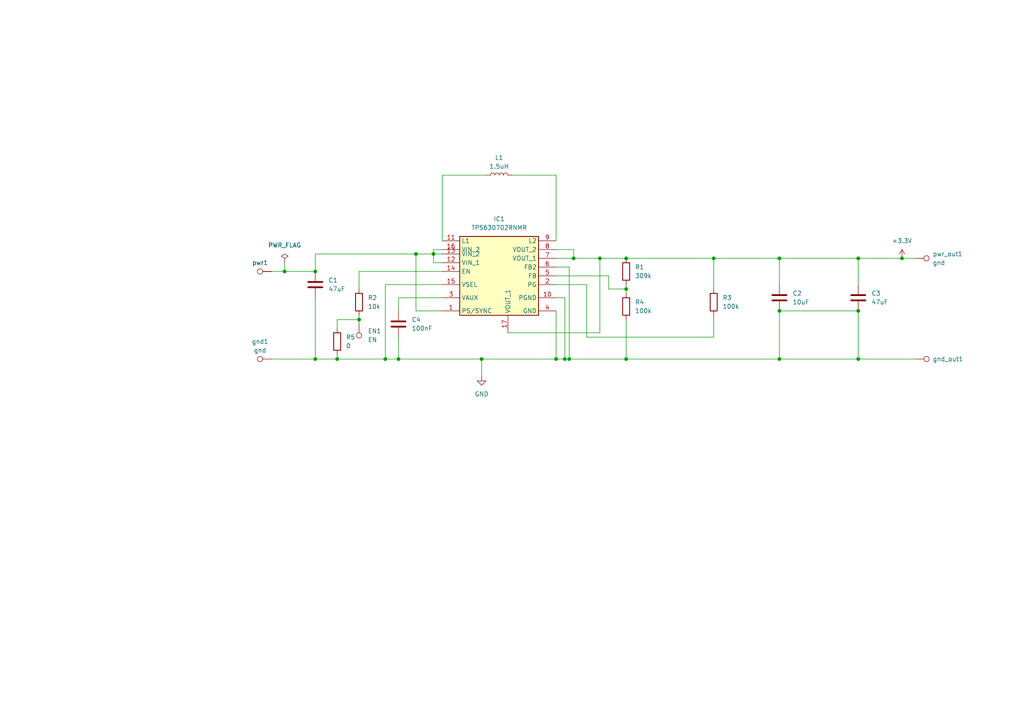
<source format=kicad_sch>
(kicad_sch (version 20250114) (generator "eeschema") (generator_version "9.0")
  (paper "A4")
  (lib_symbols
    (symbol "Connector:TestPoint" (pin_numbers (hide yes)) (pin_names (offset 0.762) (hide yes))
      (property "Reference" "TP" (at 0 6.858 0))
      (property "Value" "TestPoint" (at 0 5.08 0))
      (symbol "TestPoint_0_1"
        (circle (center 0 3.302) (radius 0.762))
      )
      (symbol "TestPoint_1_1"
        (pin passive line (at 0 0 90) (length 2.54) (name "1") (number "1"))
      )
    )
    (symbol "Device:C" (pin_numbers (hide yes)) (pin_names (offset 0.254))
      (property "Reference" "C" (at 0.635 2.54 0))
      (property "Value" "C" (at 0.635 -2.54 0))
      (symbol "C_0_1"
        (polyline (pts (xy -2.032 0.762) (xy 2.032 0.762)) (stroke (width 0.508)))
        (polyline (pts (xy -2.032 -0.762) (xy 2.032 -0.762)) (stroke (width 0.508)))
      )
      (symbol "C_1_1"
        (pin passive line (at 0 3.81 270) (length 2.794) (name "~") (number "1"))
        (pin passive line (at 0 -3.81 90) (length 2.794) (name "~") (number "2"))
      )
    )
    (symbol "Device:L" (pin_numbers (hide yes)) (pin_names (offset 1.016) (hide yes))
      (property "Reference" "L" (at -1.27 0 90))
      (property "Value" "L" (at 1.905 0 90))
      (symbol "L_0_1"
        (arc (start 0 2.54) (mid 0.6323 1.905) (end 0 1.27))
        (arc (start 0 1.27) (mid 0.6323 0.635) (end 0 0))
        (arc (start 0 0) (mid 0.6323 -0.635) (end 0 -1.27))
        (arc (start 0 -1.27) (mid 0.6323 -1.905) (end 0 -2.54))
      )
      (symbol "L_1_1"
        (pin passive line (at 0 3.81 270) (length 1.27) (name "1") (number "1"))
        (pin passive line (at 0 -3.81 90) (length 1.27) (name "2") (number "2"))
      )
    )
    (symbol "Device:R" (pin_numbers (hide yes)) (pin_names (offset 0))
      (property "Reference" "R" (at 2.032 0 90))
      (property "Value" "R" (at 0 0 90))
      (symbol "R_0_1"
        (rectangle (start -1.016 -2.54) (end 1.016 2.54) (stroke (width 0.254)))
      )
      (symbol "R_1_1"
        (pin passive line (at 0 3.81 270) (length 1.27) (name "~") (number "1"))
        (pin passive line (at 0 -3.81 90) (length 1.27) (name "~") (number "2"))
      )
    )
    (symbol "buck:TPS630702RNMR"
      (property "Reference" "IC1" (at 16.51 7.62 0))
      (property "Value" "TPS630702RNMR" (at 16.51 5.08 0))
      (symbol "TPS630702RNMR_1_1"
        (rectangle (start 5.08 2.54) (end 27.94 -20.32) (stroke (width 0.254)) (fill (type background)))
        (pin passive line (at 0 1.27 0) (length 5.08) (name "L1") (number "11"))
        (pin passive line (at 0 -1.27 0) (length 5.08) (name "VIN_2") (number "16"))
        (pin passive line (at 0 -2.54 0) (length 5.08) (name "VIN_2") (number "13"))
        (pin passive line (at 0 -5.08 0) (length 5.08) (name "VIN_1") (number "12"))
        (pin passive line (at 0 -7.62 0) (length 5.08) (name "EN") (number "14"))
        (pin passive line (at 0 -11.43 0) (length 5.08) (name "VSEL") (number "15"))
        (pin passive line (at 0 -15.24 0) (length 5.08) (name "VAUX") (number "3"))
        (pin passive line (at 0 -19.05 0) (length 5.08) (name "PS/SYNC") (number "1"))
        (pin passive line (at 19.05 -25.4 90) (length 5.08) (name "VOUT_1") (number "17"))
        (pin passive line (at 33.02 1.27 180) (length 5.08) (name "L2") (number "9"))
        (pin passive line (at 33.02 -1.27 180) (length 5.08) (name "VOUT_2") (number "8"))
        (pin passive line (at 33.02 -3.81 180) (length 5.08) (name "VOUT_1") (number "7"))
        (pin passive line (at 33.02 -6.35 180) (length 5.08) (name "FB2") (number "6"))
        (pin passive line (at 33.02 -8.89 180) (length 5.08) (name "FB") (number "5"))
        (pin passive line (at 33.02 -11.43 180) (length 5.08) (name "PG") (number "2"))
        (pin passive line (at 33.02 -15.24 180) (length 5.08) (name "PGND") (number "10"))
        (pin passive line (at 33.02 -19.05 180) (length 5.08) (name "GND") (number "4"))
      )
    )
    (symbol "power:+3.3V" (power) (pin_numbers (hide yes)) (pin_names (offset 0) (hide yes))
      (property "Value" "+3.3V" (at 0 3.556 0))
      (symbol "+3.3V_0_1"
        (polyline (pts (xy -0.762 1.27) (xy 0 2.54)))
        (polyline (pts (xy 0 2.54) (xy 0.762 1.27)))
        (polyline (pts (xy 0 0) (xy 0 2.54)))
      )
      (symbol "+3.3V_1_1"
        (pin power_in line (at 0 0 90) (length 0) (name "~") (number "1"))
      )
    )
    (symbol "power:GND" (power) (pin_numbers (hide yes)) (pin_names (offset 0) (hide yes))
      (property "Value" "GND" (at 0 -3.81 0))
      (symbol "GND_0_1"
        (polyline (pts (xy 0 0) (xy 0 -1.27) (xy 1.27 -1.27) (xy 0 -2.54) (xy -1.27 -1.27) (xy 0 -1.27)))
      )
      (symbol "GND_1_1"
        (pin power_in line (at 0 0 270) (length 0) (name "~") (number "1"))
      )
    )
    (symbol "power:PWR_FLAG" (power) (pin_numbers (hide yes)) (pin_names (offset 0) (hide yes))
      (property "Value" "PWR_FLAG" (at 0 3.81 0))
      (symbol "PWR_FLAG_0_0"
        (pin power_out line (at 0 0 90) (length 0) (name "~") (number "1"))
      )
      (symbol "PWR_FLAG_0_1"
        (polyline (pts (xy 0 0) (xy 0 1.27) (xy -1.016 1.905) (xy 0 2.54) (xy 1.016 1.905) (xy 0 1.27)))
      )
    )
  )
  (junction (at 248.92 90.17))
  (junction (at 226.06 90.17))
  (junction (at 165.1 104.14))
  (junction (at 261.62 74.93))
  (junction (at 91.44 104.14))
  (junction (at 115.57 104.14))
  (junction (at 82.55 78.74))
  (junction (at 248.92 104.14))
  (junction (at 181.61 83.82))
  (junction (at 139.7 104.14))
  (junction (at 181.61 74.93))
  (junction (at 226.06 104.14))
  (junction (at 248.92 74.93))
  (junction (at 166.37 74.93))
  (junction (at 181.61 104.14))
  (junction (at 104.14 92.71))
  (junction (at 125.73 73.66))
  (junction (at 120.65 73.66))
  (junction (at 226.06 74.93))
  (junction (at 111.76 104.14))
  (junction (at 173.99 74.93))
  (junction (at 161.29 104.14))
  (junction (at 207.01 74.93))
  (junction (at 91.44 78.74))
  (junction (at 163.83 104.14))
  (junction (at 97.79 104.14))
  (wire (pts (xy 120.65 90.17) (xy 120.65 73.66)))
  (wire (pts (xy 248.92 74.93) (xy 248.92 82.55)))
  (wire (pts (xy 173.99 96.52) (xy 173.99 74.93)))
  (wire (pts (xy 226.06 104.14) (xy 181.61 104.14)))
  (wire (pts (xy 248.92 104.14) (xy 226.06 104.14)))
  (wire (pts (xy 161.29 86.36) (xy 163.83 86.36)))
  (wire (pts (xy 161.29 82.55) (xy 170.18 82.55)))
  (wire (pts (xy 161.29 74.93) (xy 166.37 74.93)))
  (wire (pts (xy 139.7 104.14) (xy 161.29 104.14)))
  (wire (pts (xy 140.97 50.8) (xy 128.27 50.8)))
  (wire (pts (xy 125.73 76.2) (xy 128.27 76.2)))
  (wire (pts (xy 176.53 80.01) (xy 176.53 83.82)))
  (wire (pts (xy 161.29 50.8) (xy 148.59 50.8)))
  (wire (pts (xy 165.1 104.14) (xy 181.61 104.14)))
  (wire (pts (xy 111.76 82.55) (xy 111.76 104.14)))
  (wire (pts (xy 226.06 90.17) (xy 226.06 104.14)))
  (wire (pts (xy 104.14 78.74) (xy 104.14 83.82)))
  (wire (pts (xy 163.83 104.14) (xy 165.1 104.14)))
  (wire (pts (xy 248.92 74.93) (xy 261.62 74.93)))
  (wire (pts (xy 91.44 78.74) (xy 91.44 73.66)))
  (wire (pts (xy 115.57 97.79) (xy 115.57 104.14)))
  (wire (pts (xy 207.01 91.44) (xy 207.01 97.79)))
  (wire (pts (xy 226.06 90.17) (xy 248.92 90.17)))
  (wire (pts (xy 125.73 73.66) (xy 128.27 73.66)))
  (wire (pts (xy 163.83 86.36) (xy 163.83 104.14)))
  (wire (pts (xy 207.01 74.93) (xy 207.01 83.82)))
  (wire (pts (xy 139.7 104.14) (xy 139.7 109.22)))
  (wire (pts (xy 226.06 74.93) (xy 248.92 74.93)))
  (wire (pts (xy 161.29 104.14) (xy 163.83 104.14)))
  (wire (pts (xy 161.29 77.47) (xy 165.1 77.47)))
  (wire (pts (xy 120.65 73.66) (xy 125.73 73.66)))
  (wire (pts (xy 128.27 90.17) (xy 120.65 90.17)))
  (wire (pts (xy 147.32 96.52) (xy 173.99 96.52)))
  (wire (pts (xy 166.37 72.39) (xy 166.37 74.93)))
  (wire (pts (xy 125.73 72.39) (xy 125.73 73.66)))
  (wire (pts (xy 115.57 86.36) (xy 115.57 90.17)))
  (wire (pts (xy 170.18 82.55) (xy 170.18 97.79)))
  (wire (pts (xy 181.61 74.93) (xy 207.01 74.93)))
  (wire (pts (xy 173.99 74.93) (xy 181.61 74.93)))
  (wire (pts (xy 128.27 50.8) (xy 128.27 69.85)))
  (wire (pts (xy 261.62 74.93) (xy 265.43 74.93)))
  (wire (pts (xy 226.06 74.93) (xy 226.06 82.55)))
  (wire (pts (xy 91.44 86.36) (xy 91.44 104.14)))
  (wire (pts (xy 97.79 104.14) (xy 111.76 104.14)))
  (wire (pts (xy 165.1 77.47) (xy 165.1 104.14)))
  (wire (pts (xy 78.74 78.74) (xy 82.55 78.74)))
  (wire (pts (xy 176.53 83.82) (xy 181.61 83.82)))
  (wire (pts (xy 170.18 97.79) (xy 207.01 97.79)))
  (wire (pts (xy 161.29 80.01) (xy 176.53 80.01)))
  (wire (pts (xy 111.76 104.14) (xy 115.57 104.14)))
  (wire (pts (xy 104.14 78.74) (xy 128.27 78.74)))
  (wire (pts (xy 248.92 104.14) (xy 265.43 104.14)))
  (wire (pts (xy 181.61 92.71) (xy 181.61 104.14)))
  (wire (pts (xy 207.01 74.93) (xy 226.06 74.93)))
  (wire (pts (xy 161.29 90.17) (xy 161.29 104.14)))
  (wire (pts (xy 97.79 102.87) (xy 97.79 104.14)))
  (wire (pts (xy 91.44 104.14) (xy 97.79 104.14)))
  (wire (pts (xy 128.27 82.55) (xy 111.76 82.55)))
  (wire (pts (xy 97.79 92.71) (xy 97.79 95.25)))
  (wire (pts (xy 128.27 72.39) (xy 125.73 72.39)))
  (wire (pts (xy 125.73 73.66) (xy 125.73 76.2)))
  (wire (pts (xy 82.55 76.2) (xy 82.55 78.74)))
  (wire (pts (xy 166.37 74.93) (xy 173.99 74.93)))
  (wire (pts (xy 82.55 78.74) (xy 91.44 78.74)))
  (wire (pts (xy 104.14 92.71) (xy 104.14 91.44)))
  (wire (pts (xy 104.14 93.98) (xy 104.14 92.71)))
  (wire (pts (xy 181.61 85.09) (xy 181.61 83.82)))
  (wire (pts (xy 91.44 73.66) (xy 120.65 73.66)))
  (wire (pts (xy 128.27 86.36) (xy 115.57 86.36)))
  (wire (pts (xy 248.92 90.17) (xy 248.92 104.14)))
  (wire (pts (xy 161.29 69.85) (xy 161.29 50.8)))
  (wire (pts (xy 78.74 104.14) (xy 91.44 104.14)))
  (wire (pts (xy 181.61 82.55) (xy 181.61 83.82)))
  (wire (pts (xy 115.57 104.14) (xy 139.7 104.14)))
  (wire (pts (xy 97.79 92.71) (xy 104.14 92.71)))
  (wire (pts (xy 161.29 72.39) (xy 166.37 72.39)))
  (symbol (lib_id "power:PWR_FLAG") (at 82.55 76.2 0) (unit 1)
    (property "Reference" "#FLG01" (effects (hide yes)))
    (property "Value" "PWR_FLAG" (at 82.55 71.12 0))
    (property "Description" "Special symbol for telling ERC where power comes from" (effects (hide yes)))
  )
  (symbol (lib_id "Device:L") (at 144.78 50.8 90) (unit 1)
    (property "Reference" "L1" (at 144.78 45.72 90))
    (property "Value" "1.5uH" (at 144.78 48.26 90))
    (property "Footprint" "Inductor_SMD:L_0603_1608Metric_Pad1.05x0.95mm_HandSolder" (effects (hide yes)))
    (property "Datasheet" "https://www.digikey.com/en/products/detail/murata-electronics/LQM18PN1R5MFRL/8540126?gclsrc=aw.ds&gad_source=1&gad_campaignid=20509818233&gbraid=0AAAAADrbLlg1yHQI_Hnwb4pwyuEhJCn2N&gclid=Cj0KCQjw5onGBhDeARIsAFK6QJa52_iMJrBvV43df8ln_nS9GsXMoaKcFnSx9Dcp-3VQpW8ybBFI-qYaAjxfEALw_wcB" (effects (hide yes)))
    (property "Description" "Inductor" (effects (hide yes)))
  )
  (symbol (lib_id "Connector:TestPoint") (at 265.43 104.14 270) (unit 1)
    (property "Reference" "gnd_out1" (at 270.51 104.1399 90) (effects (justify left)))
    (property "Value" "pwr" (effects (hide yes)))
    (property "Footprint" "TestPoint:TestPoint_Loop_D3.80mm_Drill2.5mm" (effects (hide yes)))
    (property "Description" "test point" (effects (hide yes)))
  )
  (symbol (lib_id "power:+3.3V") (at 261.62 74.93 0) (unit 1)
    (property "Reference" "#PWR01" (effects (hide yes)))
    (property "Value" "+3.3V" (at 261.62 69.85 0))
    (property "Description" "Power symbol creates a global label with name \"+3.3V\"" (effects (hide yes)))
  )
  (symbol (lib_id "Device:C") (at 226.06 86.36 0) (unit 1)
    (property "Reference" "C2" (at 229.87 85.0899 0) (effects (justify left)))
    (property "Value" "10uF" (at 229.87 87.6299 0) (effects (justify left)))
    (property "Footprint" "Capacitor_SMD:C_0402_1005Metric_Pad0.74x0.62mm_HandSolder" (effects (hide yes)))
    (property "Datasheet" "https://www.mouser.com/ProductDetail/KYOCERA-AVX/CM05X5R106M10AH?qs=MyNHzdoqoQKSCgSEDR5Ylg%3D%3D" (effects (hide yes)))
    (property "Description" "Unpolarized capacitor" (effects (hide yes)))
  )
  (symbol (lib_id "Connector:TestPoint") (at 104.14 93.98 180) (unit 1)
    (property "Reference" "EN1" (at 106.68 96.0119 0) (effects (justify right)))
    (property "Value" "EN" (at 106.68 98.5519 0) (effects (justify right)))
    (property "Footprint" "TestPoint:TestPoint_Loop_D3.80mm_Drill2.5mm" (effects (hide yes)))
    (property "Description" "test point" (effects (hide yes)))
  )
  (symbol (lib_id "Device:C") (at 115.57 93.98 0) (unit 1)
    (property "Reference" "C4" (at 119.38 92.7099 0) (effects (justify left)))
    (property "Value" "100nF" (at 119.38 95.2499 0) (effects (justify left)))
    (property "Footprint" "Capacitor_SMD:C_0402_1005Metric_Pad0.74x0.62mm_HandSolder" (effects (hide yes)))
    (property "Datasheet" "https://www.mouser.com/ProductDetail/Murata-Electronics/GRM155R71C104JA88J?qs=hNud%2FORuBR1FShEh%252B0yzMw%3D%3D" (effects (hide yes)))
    (property "Description" "Unpolarized capacitor" (effects (hide yes)))
  )
  (symbol (lib_id "power:GND") (at 139.7 109.22 0) (unit 1)
    (property "Reference" "#PWR02" (effects (hide yes)))
    (property "Value" "GND" (at 139.7 114.3 0))
    (property "Description" "Power symbol creates a global label with name \"GND\" , ground" (effects (hide yes)))
  )
  (symbol (lib_id "Connector:TestPoint") (at 78.74 78.74 90) (unit 1)
    (property "Reference" "pwr1" (at 75.438 76.2 90))
    (property "Value" "pwr" (effects (hide yes)))
    (property "Footprint" "TestPoint:TestPoint_Loop_D3.80mm_Drill2.5mm" (effects (hide yes)))
    (property "Description" "test point" (effects (hide yes)))
  )
  (symbol (lib_id "Connector:TestPoint") (at 265.43 74.93 270) (unit 1)
    (property "Reference" "pwr_out1" (at 270.51 73.6599 90) (effects (justify left)))
    (property "Value" "gnd" (at 270.51 76.1999 90) (effects (justify left)))
    (property "Footprint" "TestPoint:TestPoint_Loop_D3.80mm_Drill2.5mm" (effects (hide yes)))
    (property "Description" "test point" (effects (hide yes)))
  )
  (symbol (lib_id "Device:R") (at 181.61 88.9 180) (unit 1)
    (property "Reference" "R4" (at 184.15 87.6299 0) (effects (justify right)))
    (property "Value" "100k" (at 184.15 90.1699 0) (effects (justify right)))
    (property "Footprint" "Resistor_SMD:R_0402_1005Metric_Pad0.72x0.64mm_HandSolder" (effects (hide yes)))
    (property "Datasheet" "https://www.mouser.com/ProductDetail/Walsin/MR04X1003FTL?qs=GedFDFLaBXHL0NzjarksFQ%3D%3D" (effects (hide yes)))
    (property "Description" "Resistor" (effects (hide yes)))
  )
  (symbol (lib_id "Device:C") (at 91.44 82.55 0) (unit 1)
    (property "Reference" "C1" (at 95.25 81.2799 0) (effects (justify left)))
    (property "Value" "47uF" (at 95.25 83.8199 0) (effects (justify left)))
    (property "Footprint" "Capacitor_SMD:C_0805_2012Metric_Pad1.18x1.45mm_HandSolder" (effects (hide yes)))
    (property "Datasheet" "https://www.mouser.com/ProductDetail/KYOCERA-AVX/KGM21AR51A476MU?qs=Jm2GQyTW%2Fbh2M%2FAPQlqugw%3D%3D" (effects (hide yes)))
    (property "Description" "Unpolarized capacitor" (effects (hide yes)))
  )
  (symbol (lib_id "Device:R") (at 104.14 87.63 180) (unit 1)
    (property "Reference" "R2" (at 106.68 86.3599 0) (effects (justify right)))
    (property "Value" "10k" (at 106.68 88.8999 0) (effects (justify right)))
    (property "Footprint" "Resistor_SMD:R_0402_1005Metric_Pad0.72x0.64mm_HandSolder" (effects (hide yes)))
    (property "Description" "Resistor" (effects (hide yes)))
  )
  (symbol (lib_id "Device:R") (at 181.61 78.74 180) (unit 1)
    (property "Reference" "R1" (at 184.15 77.4699 0) (effects (justify right)))
    (property "Value" "309k" (at 184.15 80.0099 0) (effects (justify right)))
    (property "Footprint" "Resistor_SMD:R_0402_1005Metric_Pad0.72x0.64mm_HandSolder" (effects (hide yes)))
    (property "Datasheet" "https://www.mouser.com/ProductDetail/Vishay/CRCW0402309KDHEDP?qs=v%2FGZjxuOhOZzvVxLh1dz%2Fg%3D%3D" (effects (hide yes)))
    (property "Description" "Resistor" (effects (hide yes)))
  )
  (symbol (lib_id "Device:C") (at 248.92 86.36 0) (unit 1)
    (property "Reference" "C3" (at 252.73 85.0899 0) (effects (justify left)))
    (property "Value" "47uF" (at 252.73 87.6299 0) (effects (justify left)))
    (property "Footprint" "Capacitor_SMD:C_0805_2012Metric_Pad1.18x1.45mm_HandSolder" (effects (hide yes)))
    (property "Datasheet" "https://www.mouser.com/ProductDetail/KYOCERA-AVX/KGM21AR51A476MU?qs=Jm2GQyTW%2Fbh2M%2FAPQlqugw%3D%3D" (effects (hide yes)))
    (property "Description" "Unpolarized capacitor" (effects (hide yes)))
  )
  (symbol (lib_id "buck:TPS630702RNMR") (at 128.27 71.12 0) (unit 1)
    (property "Reference" "IC1" (at 144.78 63.5 0))
    (property "Value" "TPS630702RNMR" (at 144.78 66.04 0))
    (property "Footprint" "TPS630701RNMR" (effects (hide yes)))
    (property "Datasheet" "http://www.ti.com/lit/ds/symlink/tps63070.pdf" (effects (hide yes)))
    (property "Description" "Switching Voltage Regulators" (effects (hide yes)))
    (property "Mouser Part Number" "595-TPS630702RNMR" (effects (hide yes)))
    (property "Mouser Price/Stock" "https://www.mouser.co.uk/ProductDetail/Texas-Instruments/TPS630702RNMR?qs=vLWxofP3U2wHUyCq3Fj%2FmQ%3D%3D" (effects (hide yes)))
    (property "Manufacturer_Name" "Texas Instruments" (effects (hide yes)))
    (property "Manufacturer_Part_Number" "TPS630702RNMR" (effects (hide yes)))
  )
  (symbol (lib_id "Connector:TestPoint") (at 78.74 104.14 90) (unit 1)
    (property "Reference" "gnd1" (at 75.438 99.06 90))
    (property "Value" "gnd" (at 75.438 101.6 90))
    (property "Footprint" "TestPoint:TestPoint_Loop_D3.80mm_Drill2.5mm" (effects (hide yes)))
    (property "Description" "test point" (effects (hide yes)))
  )
  (symbol (lib_id "Device:R") (at 207.01 87.63 180) (unit 1)
    (property "Reference" "R3" (at 209.55 86.3599 0) (effects (justify right)))
    (property "Value" "100k" (at 209.55 88.8999 0) (effects (justify right)))
    (property "Footprint" "Resistor_SMD:R_0402_1005Metric_Pad0.72x0.64mm_HandSolder" (effects (hide yes)))
    (property "Datasheet" "https://www.mouser.com/ProductDetail/Walsin/MR04X1003FTL?qs=GedFDFLaBXHL0NzjarksFQ%3D%3D" (effects (hide yes)))
    (property "Description" "Resistor" (effects (hide yes)))
  )
  (symbol (lib_id "Device:R") (at 97.79 99.06 0) (unit 1)
    (property "Reference" "R5" (at 100.33 97.7899 0) (effects (justify left)))
    (property "Value" "0" (at 100.33 100.3299 0) (effects (justify left)))
    (property "Footprint" "Resistor_SMD:R_0402_1005Metric_Pad0.72x0.64mm_HandSolder" (effects (hide yes)))
    (property "Description" "Resistor" (effects (hide yes)))
  )
)
</source>
